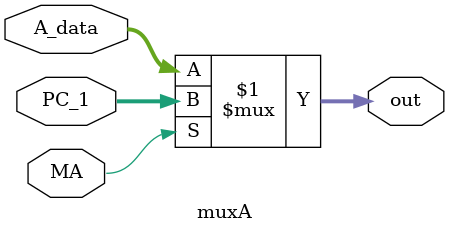
<source format=v>
module muxA(
    input wire [15:0] A_data,    // Register A data
    input wire [15:0] PC_1,      // PC-1 value
    input wire MA,               // Mux A select
    output wire [15:0] out       // Selected output
);
    /*
     * Multiplexer A - Pipeline Stage: Execute (EX)
     * 
     * This multiplexer selects between:
     * - Register A data (from ID stage)
     * - PC+1 value (for jump and link instructions)
     * 
     * It operates in the Execute stage to provide the first operand
     * to the Function Unit. The selection is controlled by the MA signal
     * from the instruction decoder.
     */

    // Select between A_data and PC_1 based on MA
    assign out = MA ? PC_1 : A_data;

endmodule

</source>
